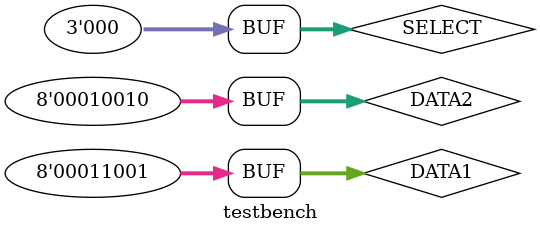
<source format=v>

`include "alu_module.v"

module testbench;




	//port declaration
	reg [7:0]DATA1;
	reg [7:0]DATA2;
	reg [2:0]SELECT;
	wire [7:0]RESULT;
	
	//instantiate module
	alu ALU(DATA1, DATA2, RESULT, SELECT);
	
	//initial block 1
	initial
	begin
	
		//monitor command
		$monitor($time, " DATA1: %b, DATA2: %b, SELECT: %b, RESULT: %b ",DATA1,DATA2,SELECT,RESULT);
		
		//dump datafile
		//generate files to gtkwave
		$dumpfile("wave.vcd");	//file to dump
		$dumpvars(0,testbench); //module to dump from
		
	end
	
	
	//initial block 2
	initial
	begin
	
		//intialize input values
		DATA1 = 8'b10010001;
		DATA2 = 8'b10010010;
		SELECT = 3'b000;	
		
		//test changing SELECT
		#10 				//tell verilog to wait 10 time units
		SELECT = 3'b001;	//ADD
		 
		#10
		SELECT = 3'b010;	//AND
		
		#10
		SELECT = 3'b011;	//OR
		
		#10
		SELECT = 3'b110;	//Reserved	
		
		#10
		SELECT = 3'b000;	//FORWARD
		
		
		//test changing DATA1
		#10
		DATA1 = 8'b00011001;
		DATA2 = 8'b10010010;
		
		#10 				
		SELECT = 3'b001;	//ADD
		 
		#10
		SELECT = 3'b010;	//AND
		
		#10
		SELECT = 3'b011;	//OR
		
		#10
		SELECT = 3'b101;	//Reserved	
		
		#10
		SELECT = 3'b000;	//FORWARD
		
		
		//test changing DATA2
		#10
		DATA1 = 8'b00011001;
		DATA2 = 8'b00010010;
		
		#10 				
		SELECT = 3'b001;	//ADD
		 
		#10
		SELECT = 3'b010;	//AND
		
		#10
		SELECT = 3'b011;	//OR
		
		#10
		SELECT = 3'b111;	//Reserved	
		
		#10
		SELECT = 3'b000;	//FORWARD
		
		
	end

endmodule
</source>
